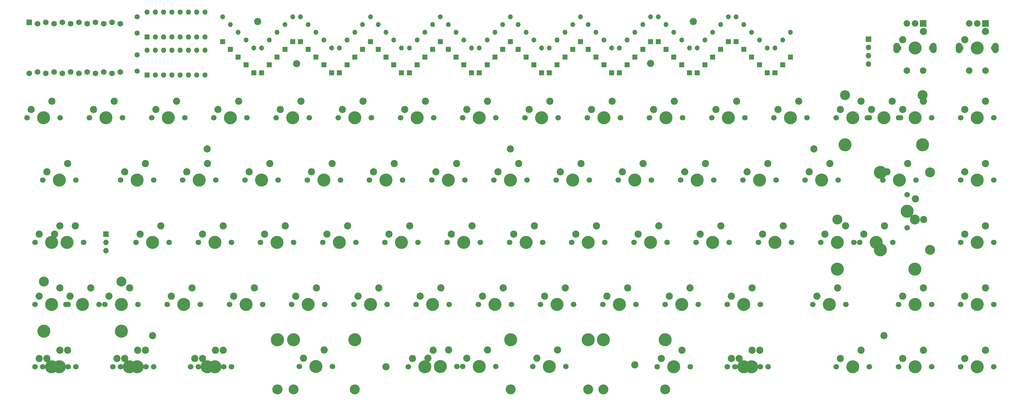
<source format=gbs>
G04 #@! TF.GenerationSoftware,KiCad,Pcbnew,9.0.2*
G04 #@! TF.CreationDate,2025-07-10T02:03:08+05:30*
G04 #@! TF.ProjectId,meowboard,6d656f77-626f-4617-9264-2e6b69636164,rev?*
G04 #@! TF.SameCoordinates,Original*
G04 #@! TF.FileFunction,Soldermask,Bot*
G04 #@! TF.FilePolarity,Negative*
%FSLAX46Y46*%
G04 Gerber Fmt 4.6, Leading zero omitted, Abs format (unit mm)*
G04 Created by KiCad (PCBNEW 9.0.2) date 2025-07-10 02:03:08*
%MOMM*%
%LPD*%
G01*
G04 APERTURE LIST*
%ADD10C,1.700000*%
%ADD11C,4.000000*%
%ADD12C,2.200000*%
%ADD13C,1.600000*%
%ADD14C,3.050000*%
%ADD15R,1.500000X1.500000*%
%ADD16O,1.500000X1.500000*%
%ADD17R,1.600000X1.600000*%
%ADD18O,1.600000X1.600000*%
%ADD19R,1.700000X1.700000*%
%ADD20O,1.700000X1.700000*%
%ADD21O,2.000000X3.200000*%
%ADD22R,2.000000X2.000000*%
%ADD23C,2.000000*%
%ADD24R,1.752600X1.752600*%
%ADD25C,1.752600*%
G04 APERTURE END LIST*
D10*
X267095000Y-71625000D03*
D11*
X272175000Y-71625000D03*
D10*
X277255000Y-71625000D03*
D12*
X274715000Y-66545000D03*
X268365000Y-69085000D03*
D10*
X324395000Y-148025000D03*
D11*
X329475000Y-148025000D03*
D10*
X334555000Y-148025000D03*
D12*
X332015000Y-142945000D03*
X325665000Y-145485000D03*
D13*
X90725000Y-40587500D03*
X90725000Y-45587500D03*
D10*
X142945000Y-90725000D03*
D11*
X148025000Y-90725000D03*
D10*
X153105000Y-90725000D03*
D12*
X150565000Y-85645000D03*
X144215000Y-88185000D03*
D14*
X308025000Y-64625000D03*
D11*
X308025000Y-79865000D03*
D10*
X314845000Y-71625000D03*
D11*
X319925000Y-71625000D03*
D10*
X325005000Y-71625000D03*
D14*
X331825000Y-64625000D03*
D11*
X331825000Y-79865000D03*
D12*
X322465000Y-66545000D03*
X316115000Y-69085000D03*
D10*
X185920000Y-109825000D03*
D11*
X191000000Y-109825000D03*
D10*
X196080000Y-109825000D03*
D12*
X193540000Y-104745000D03*
X187190000Y-107285000D03*
D10*
X104745000Y-90725000D03*
D11*
X109825000Y-90725000D03*
D10*
X114905000Y-90725000D03*
D12*
X112365000Y-85645000D03*
X106015000Y-88185000D03*
D10*
X298132500Y-128925000D03*
D11*
X303212500Y-128925000D03*
D10*
X308292500Y-128925000D03*
D12*
X305752500Y-123845000D03*
X299402500Y-126385000D03*
D15*
X260237500Y-57757500D03*
D16*
X260237500Y-50137500D03*
D10*
X305295000Y-71625000D03*
D11*
X310375000Y-71625000D03*
D10*
X315455000Y-71625000D03*
D12*
X312915000Y-66545000D03*
X306565000Y-69085000D03*
D17*
X93762500Y-46775000D03*
D18*
X96302500Y-46775000D03*
X98842500Y-46775000D03*
X101382500Y-46775000D03*
X103922500Y-46775000D03*
X106462500Y-46775000D03*
X109002500Y-46775000D03*
X111542500Y-46775000D03*
X111542500Y-39155000D03*
X109002500Y-39155000D03*
X106462500Y-39155000D03*
X103922500Y-39155000D03*
X101382500Y-39155000D03*
X98842500Y-39155000D03*
X96302500Y-39155000D03*
X93762500Y-39155000D03*
D10*
X343495000Y-109825000D03*
D11*
X348575000Y-109825000D03*
D10*
X353655000Y-109825000D03*
D12*
X351115000Y-104745000D03*
X344765000Y-107285000D03*
D19*
X315175000Y-47445000D03*
D20*
X315175000Y-49985000D03*
X315175000Y-52525000D03*
X315175000Y-55065000D03*
D15*
X288887500Y-55370000D03*
D16*
X288887500Y-47750000D03*
D15*
X219650000Y-55370000D03*
D16*
X219650000Y-47750000D03*
D15*
X212487500Y-55370000D03*
D16*
X212487500Y-47750000D03*
D12*
X112212500Y-81175000D03*
X248300000Y-54912500D03*
D10*
X99970000Y-128925000D03*
D11*
X105050000Y-128925000D03*
D10*
X110130000Y-128925000D03*
D12*
X107590000Y-123845000D03*
X101240000Y-126385000D03*
D15*
X157575000Y-52982500D03*
D16*
X157575000Y-45362500D03*
D15*
X210100000Y-52982500D03*
D16*
X210100000Y-45362500D03*
D10*
X281420000Y-109825000D03*
D11*
X286500000Y-109825000D03*
D10*
X291580000Y-109825000D03*
D12*
X289040000Y-104745000D03*
X282690000Y-107285000D03*
D17*
X93762500Y-58487500D03*
D18*
X96302500Y-58487500D03*
X98842500Y-58487500D03*
X101382500Y-58487500D03*
X103922500Y-58487500D03*
X106462500Y-58487500D03*
X109002500Y-58487500D03*
X111542500Y-58487500D03*
X111542500Y-50867500D03*
X109002500Y-50867500D03*
X106462500Y-50867500D03*
X103922500Y-50867500D03*
X101382500Y-50867500D03*
X98842500Y-50867500D03*
X96302500Y-50867500D03*
X93762500Y-50867500D03*
D12*
X298437500Y-81175000D03*
D15*
X243525000Y-52982500D03*
D16*
X243525000Y-45362500D03*
D15*
X286500000Y-57757500D03*
D16*
X286500000Y-50137500D03*
D10*
X157270000Y-128925000D03*
D11*
X162350000Y-128925000D03*
D10*
X167430000Y-128925000D03*
D12*
X164890000Y-123845000D03*
X158540000Y-126385000D03*
D10*
X162045000Y-90725000D03*
D11*
X167125000Y-90725000D03*
D10*
X172205000Y-90725000D03*
D12*
X169665000Y-85645000D03*
X163315000Y-88185000D03*
D10*
X56995000Y-71625000D03*
D11*
X62075000Y-71625000D03*
D10*
X67155000Y-71625000D03*
D12*
X64615000Y-66545000D03*
X58265000Y-69085000D03*
D10*
X114295000Y-71625000D03*
D11*
X119375000Y-71625000D03*
D10*
X124455000Y-71625000D03*
D12*
X121915000Y-66545000D03*
X115565000Y-69085000D03*
D10*
X59382500Y-128925000D03*
D11*
X64462500Y-128925000D03*
D10*
X69542500Y-128925000D03*
D12*
X67002500Y-123845000D03*
X60652500Y-126385000D03*
D15*
X253075000Y-50595000D03*
D16*
X253075000Y-42975000D03*
D12*
X205325000Y-81175000D03*
D10*
X271870000Y-148025000D03*
D11*
X276950000Y-148025000D03*
D10*
X282030000Y-148025000D03*
D12*
X279490000Y-142945000D03*
X273140000Y-145485000D03*
D15*
X248300000Y-48207500D03*
D16*
X248300000Y-40587500D03*
D15*
X167125000Y-52982500D03*
D16*
X167125000Y-45362500D03*
D10*
X295745000Y-90725000D03*
D11*
X300825000Y-90725000D03*
D10*
X305905000Y-90725000D03*
D12*
X303365000Y-85645000D03*
X297015000Y-88185000D03*
D10*
X128620000Y-109825000D03*
D11*
X133700000Y-109825000D03*
D10*
X138780000Y-109825000D03*
D12*
X136240000Y-104745000D03*
X129890000Y-107285000D03*
D15*
X124150000Y-55370000D03*
D16*
X124150000Y-47750000D03*
D10*
X109520000Y-148025000D03*
D11*
X114600000Y-148025000D03*
D10*
X119680000Y-148025000D03*
D12*
X117140000Y-142945000D03*
X110790000Y-145485000D03*
D15*
X121762500Y-52982500D03*
D16*
X121762500Y-45362500D03*
D10*
X147720000Y-109825000D03*
D11*
X152800000Y-109825000D03*
D10*
X157880000Y-109825000D03*
D12*
X155340000Y-104745000D03*
X148990000Y-107285000D03*
D11*
X133737500Y-139760000D03*
D14*
X133737500Y-155000000D03*
D10*
X140557500Y-148000000D03*
D11*
X145637500Y-148000000D03*
D10*
X150717500Y-148000000D03*
D11*
X157537500Y-139760000D03*
D14*
X157537500Y-155000000D03*
D12*
X148177500Y-142920000D03*
X141827500Y-145460000D03*
D10*
X152495000Y-71625000D03*
D11*
X157575000Y-71625000D03*
D10*
X162655000Y-71625000D03*
D12*
X160115000Y-66545000D03*
X153765000Y-69085000D03*
D15*
X152800000Y-57757500D03*
D16*
X152800000Y-50137500D03*
D10*
X107138750Y-148025000D03*
D11*
X112218750Y-148025000D03*
D10*
X117298750Y-148025000D03*
D12*
X114758750Y-142945000D03*
X108408750Y-145485000D03*
X95500000Y-138480000D03*
D10*
X228895000Y-71625000D03*
D11*
X233975000Y-71625000D03*
D10*
X239055000Y-71625000D03*
D12*
X236515000Y-66545000D03*
X230165000Y-69085000D03*
D15*
X164737500Y-50595000D03*
D16*
X164737500Y-42975000D03*
D10*
X80870000Y-128925000D03*
D11*
X85950000Y-128925000D03*
D10*
X91030000Y-128925000D03*
D12*
X88490000Y-123845000D03*
X82140000Y-126385000D03*
D10*
X76095000Y-71625000D03*
D11*
X81175000Y-71625000D03*
D10*
X86255000Y-71625000D03*
D12*
X83715000Y-66545000D03*
X77365000Y-69085000D03*
D15*
X179062500Y-52982500D03*
D16*
X179062500Y-45362500D03*
D12*
X127750000Y-42020000D03*
D15*
X193387500Y-57757500D03*
D16*
X193387500Y-50137500D03*
D10*
X181145000Y-90725000D03*
D11*
X186225000Y-90725000D03*
D10*
X191305000Y-90725000D03*
D12*
X188765000Y-85645000D03*
X182415000Y-88185000D03*
D15*
X140862500Y-48207500D03*
D16*
X140862500Y-40587500D03*
D15*
X195775000Y-57757500D03*
D16*
X195775000Y-50137500D03*
D10*
X171595000Y-71625000D03*
D11*
X176675000Y-71625000D03*
D10*
X181755000Y-71625000D03*
D12*
X179215000Y-66545000D03*
X172865000Y-69085000D03*
D15*
X272175000Y-48207500D03*
D16*
X272175000Y-40587500D03*
D15*
X276950000Y-50595000D03*
D16*
X276950000Y-42975000D03*
D15*
X176675000Y-55370000D03*
D16*
X176675000Y-47750000D03*
D10*
X343495000Y-128925000D03*
D11*
X348575000Y-128925000D03*
D10*
X353655000Y-128925000D03*
D12*
X351115000Y-123845000D03*
X344765000Y-126385000D03*
D10*
X166820000Y-109825000D03*
D11*
X171900000Y-109825000D03*
D10*
X176980000Y-109825000D03*
D12*
X174440000Y-104745000D03*
X168090000Y-107285000D03*
D15*
X241137500Y-55370000D03*
D16*
X241137500Y-47750000D03*
D15*
X138475000Y-48207500D03*
D16*
X138475000Y-40587500D03*
D11*
X133837500Y-139760000D03*
D14*
X133837500Y-155000000D03*
D10*
X178757500Y-148000000D03*
D11*
X183837500Y-148000000D03*
D10*
X188917500Y-148000000D03*
D11*
X233837500Y-139760000D03*
D14*
X233837500Y-155000000D03*
D12*
X186377500Y-142920000D03*
X180027500Y-145460000D03*
D10*
X252770000Y-128925000D03*
D11*
X257850000Y-128925000D03*
D10*
X262930000Y-128925000D03*
D12*
X260390000Y-123845000D03*
X254040000Y-126385000D03*
D10*
X286195000Y-71625000D03*
D11*
X291275000Y-71625000D03*
D10*
X296355000Y-71625000D03*
D12*
X293815000Y-66545000D03*
X287465000Y-69085000D03*
X243525000Y-147462000D03*
D15*
X231587500Y-52982500D03*
D16*
X231587500Y-45362500D03*
D10*
X324395000Y-50137500D03*
D11*
X329475000Y-50137500D03*
D10*
X334555000Y-50137500D03*
D12*
X332015000Y-45057500D03*
X325665000Y-47597500D03*
D10*
X176370000Y-128925000D03*
D11*
X181450000Y-128925000D03*
D10*
X186530000Y-128925000D03*
D12*
X183990000Y-123845000D03*
X177640000Y-126385000D03*
D15*
X145637500Y-52982500D03*
D16*
X145637500Y-45362500D03*
D15*
X265012500Y-55370000D03*
D16*
X265012500Y-47750000D03*
D15*
X214875000Y-57757500D03*
D16*
X214875000Y-50137500D03*
D10*
X343495000Y-50137500D03*
D11*
X348575000Y-50137500D03*
D10*
X353655000Y-50137500D03*
D12*
X351115000Y-45057500D03*
X344765000Y-47597500D03*
D15*
X148025000Y-55370000D03*
D16*
X148025000Y-47750000D03*
D15*
X198162500Y-55370000D03*
D16*
X198162500Y-47750000D03*
D10*
X324395000Y-128925000D03*
D11*
X329475000Y-128925000D03*
D10*
X334555000Y-128925000D03*
D12*
X332015000Y-123845000D03*
X325665000Y-126385000D03*
D10*
X305295000Y-148025000D03*
D11*
X310375000Y-148025000D03*
D10*
X315455000Y-148025000D03*
D12*
X312915000Y-142945000D03*
X306565000Y-145485000D03*
D10*
X250382500Y-148025000D03*
D11*
X255462500Y-148025000D03*
D10*
X260542500Y-148025000D03*
D12*
X258002500Y-142945000D03*
X251652500Y-145485000D03*
D15*
X269787500Y-50595000D03*
D16*
X269787500Y-42975000D03*
D10*
X133395000Y-71625000D03*
D11*
X138475000Y-71625000D03*
D10*
X143555000Y-71625000D03*
D12*
X141015000Y-66545000D03*
X134665000Y-69085000D03*
D10*
X243220000Y-109825000D03*
D11*
X248300000Y-109825000D03*
D10*
X253380000Y-109825000D03*
D12*
X250840000Y-104745000D03*
X244490000Y-107285000D03*
D15*
X200550000Y-52982500D03*
D16*
X200550000Y-45362500D03*
D15*
X255462500Y-52982500D03*
D16*
X255462500Y-45362500D03*
D15*
X191000000Y-55370000D03*
D16*
X191000000Y-47750000D03*
D10*
X83257500Y-148025000D03*
D11*
X88337500Y-148025000D03*
D10*
X93417500Y-148025000D03*
D12*
X90877500Y-142945000D03*
X84527500Y-145485000D03*
D15*
X186225000Y-50595000D03*
D16*
X186225000Y-42975000D03*
D10*
X233670000Y-128925000D03*
D11*
X238750000Y-128925000D03*
D10*
X243830000Y-128925000D03*
D12*
X241290000Y-123845000D03*
X234940000Y-126385000D03*
D15*
X162350000Y-48207500D03*
D16*
X162350000Y-40587500D03*
D15*
X279337500Y-52982500D03*
D16*
X279337500Y-45362500D03*
D10*
X300520000Y-109825000D03*
D11*
X305600000Y-109825000D03*
D10*
X310680000Y-109825000D03*
D12*
X308140000Y-104745000D03*
X301790000Y-107285000D03*
D10*
X324395000Y-71625000D03*
D11*
X329475000Y-71625000D03*
D10*
X334555000Y-71625000D03*
D12*
X332015000Y-66545000D03*
X325665000Y-69085000D03*
D10*
X343495000Y-71625000D03*
D11*
X348575000Y-71625000D03*
D10*
X353655000Y-71625000D03*
D12*
X351115000Y-66545000D03*
X344765000Y-69085000D03*
D15*
X171900000Y-57757500D03*
D16*
X171900000Y-50137500D03*
D15*
X217262500Y-57757500D03*
D16*
X217262500Y-50137500D03*
D10*
X138170000Y-128925000D03*
D11*
X143250000Y-128925000D03*
D10*
X148330000Y-128925000D03*
D12*
X145790000Y-123845000D03*
X139440000Y-126385000D03*
X319925000Y-138475000D03*
X167125000Y-148025000D03*
D10*
X319620000Y-90725000D03*
D11*
X324700000Y-90725000D03*
D10*
X329780000Y-90725000D03*
D12*
X327240000Y-85645000D03*
X320890000Y-88185000D03*
D11*
X318847500Y-88375000D03*
X318847500Y-112175000D03*
D10*
X327087500Y-95195000D03*
D11*
X327087500Y-100275000D03*
D10*
X327087500Y-105355000D03*
D14*
X334087500Y-88375000D03*
X334087500Y-112175000D03*
D12*
X332167500Y-102815000D03*
X329627500Y-96465000D03*
D15*
X133700000Y-52982500D03*
D16*
X133700000Y-45362500D03*
D15*
X224425000Y-50595000D03*
D16*
X224425000Y-42975000D03*
D14*
X305637500Y-102825000D03*
D11*
X305637500Y-118065000D03*
D10*
X312457500Y-109825000D03*
D11*
X317537500Y-109825000D03*
D10*
X322617500Y-109825000D03*
D14*
X329437500Y-102825000D03*
D11*
X329437500Y-118065000D03*
D12*
X320077500Y-104745000D03*
X313727500Y-107285000D03*
D10*
X247995000Y-71625000D03*
D11*
X253075000Y-71625000D03*
D10*
X258155000Y-71625000D03*
D12*
X255615000Y-66545000D03*
X249265000Y-69085000D03*
D10*
X95195000Y-71625000D03*
D11*
X100275000Y-71625000D03*
D10*
X105355000Y-71625000D03*
D12*
X102815000Y-66545000D03*
X96465000Y-69085000D03*
D15*
X233975000Y-55370000D03*
D16*
X233975000Y-47750000D03*
D10*
X90420000Y-109825000D03*
D11*
X95500000Y-109825000D03*
D10*
X100580000Y-109825000D03*
D12*
X98040000Y-104745000D03*
X91690000Y-107285000D03*
D15*
X262625000Y-57757500D03*
D16*
X262625000Y-50137500D03*
D10*
X214570000Y-128925000D03*
D11*
X219650000Y-128925000D03*
D10*
X224730000Y-128925000D03*
D12*
X222190000Y-123845000D03*
X215840000Y-126385000D03*
X261460000Y-42020000D03*
D10*
X190695000Y-71625000D03*
D11*
X195775000Y-71625000D03*
D10*
X200855000Y-71625000D03*
D12*
X198315000Y-66545000D03*
X191965000Y-69085000D03*
D15*
X250687500Y-48207500D03*
D16*
X250687500Y-40587500D03*
D21*
X335075000Y-50137500D03*
X323875000Y-50137500D03*
D22*
X331975000Y-42637500D03*
D23*
X326975000Y-42637500D03*
X329475000Y-42637500D03*
X326975000Y-57137500D03*
X331975000Y-57137500D03*
D21*
X354175000Y-50137500D03*
X342975000Y-50137500D03*
D22*
X351075000Y-42637500D03*
D23*
X346075000Y-42637500D03*
X348575000Y-42637500D03*
X346075000Y-57137500D03*
X351075000Y-57137500D03*
D15*
X202937500Y-50595000D03*
D16*
X202937500Y-42975000D03*
D15*
X116987500Y-48207500D03*
D16*
X116987500Y-40587500D03*
D10*
X119070000Y-128925000D03*
D11*
X124150000Y-128925000D03*
D10*
X129230000Y-128925000D03*
D12*
X126690000Y-123845000D03*
X120340000Y-126385000D03*
D10*
X209795000Y-71625000D03*
D11*
X214875000Y-71625000D03*
D10*
X219955000Y-71625000D03*
D12*
X217415000Y-66545000D03*
X211065000Y-69085000D03*
D15*
X205325000Y-48207500D03*
D16*
X205325000Y-40587500D03*
D15*
X143250000Y-50595000D03*
D16*
X143250000Y-42975000D03*
D10*
X276645000Y-90725000D03*
D11*
X281725000Y-90725000D03*
D10*
X286805000Y-90725000D03*
D12*
X284265000Y-85645000D03*
X277915000Y-88185000D03*
D10*
X257545000Y-90725000D03*
D11*
X262625000Y-90725000D03*
D10*
X267705000Y-90725000D03*
D12*
X265165000Y-85645000D03*
X258815000Y-88185000D03*
D10*
X59382500Y-109825000D03*
D11*
X64462500Y-109825000D03*
D10*
X69542500Y-109825000D03*
D12*
X67002500Y-104745000D03*
X60652500Y-107285000D03*
D15*
X131312500Y-55370000D03*
D16*
X131312500Y-47750000D03*
D11*
X138775000Y-139760000D03*
D14*
X138775000Y-155000000D03*
D10*
X190695000Y-148000000D03*
D11*
X195775000Y-148000000D03*
D10*
X200855000Y-148000000D03*
D11*
X252775000Y-139760000D03*
D14*
X252775000Y-155000000D03*
D12*
X198315000Y-142920000D03*
X191965000Y-145460000D03*
D10*
X205020000Y-109825000D03*
D11*
X210100000Y-109825000D03*
D10*
X215180000Y-109825000D03*
D12*
X212640000Y-104745000D03*
X206290000Y-107285000D03*
D10*
X224120000Y-109825000D03*
D11*
X229200000Y-109825000D03*
D10*
X234280000Y-109825000D03*
D12*
X231740000Y-104745000D03*
X225390000Y-107285000D03*
D10*
X200245000Y-90725000D03*
D11*
X205325000Y-90725000D03*
D10*
X210405000Y-90725000D03*
D12*
X207865000Y-85645000D03*
X201515000Y-88185000D03*
D10*
X343495000Y-90725000D03*
D11*
X348575000Y-90725000D03*
D10*
X353655000Y-90725000D03*
D12*
X351115000Y-85645000D03*
X344765000Y-88185000D03*
D10*
X274257500Y-148025000D03*
D11*
X279337500Y-148025000D03*
D10*
X284417500Y-148025000D03*
D12*
X281877500Y-142945000D03*
X275527500Y-145485000D03*
D10*
X61770000Y-148025000D03*
D11*
X66850000Y-148025000D03*
D10*
X71930000Y-148025000D03*
D12*
X69390000Y-142945000D03*
X63040000Y-145485000D03*
D14*
X62112500Y-121925000D03*
D11*
X62112500Y-137165000D03*
D10*
X68932500Y-128925000D03*
D11*
X74012500Y-128925000D03*
D10*
X79092500Y-128925000D03*
D14*
X85912500Y-121925000D03*
D11*
X85912500Y-137165000D03*
D12*
X76552500Y-123845000D03*
X70202500Y-126385000D03*
D15*
X159962500Y-50595000D03*
D16*
X159962500Y-42975000D03*
D10*
X271870000Y-128925000D03*
D11*
X276950000Y-128925000D03*
D10*
X282030000Y-128925000D03*
D12*
X279490000Y-123845000D03*
X273140000Y-126385000D03*
D10*
X219345000Y-90725000D03*
D11*
X224425000Y-90725000D03*
D10*
X229505000Y-90725000D03*
D12*
X226965000Y-85645000D03*
X220615000Y-88185000D03*
D15*
X281725000Y-55370000D03*
D16*
X281725000Y-47750000D03*
D15*
X126537500Y-57757500D03*
D16*
X126537500Y-50137500D03*
D10*
X123845000Y-90725000D03*
D11*
X128925000Y-90725000D03*
D10*
X134005000Y-90725000D03*
D12*
X131465000Y-85645000D03*
X125115000Y-88185000D03*
D15*
X229200000Y-50595000D03*
D16*
X229200000Y-42975000D03*
D15*
X284112500Y-57757500D03*
D16*
X284112500Y-50137500D03*
D15*
X183837500Y-48207500D03*
D16*
X183837500Y-40587500D03*
D15*
X169512500Y-55370000D03*
D16*
X169512500Y-47750000D03*
D15*
X291275000Y-52982500D03*
D16*
X291275000Y-45362500D03*
D10*
X343495000Y-148025000D03*
D11*
X348575000Y-148025000D03*
D10*
X353655000Y-148025000D03*
D12*
X351115000Y-142945000D03*
X344765000Y-145485000D03*
D10*
X262320000Y-109825000D03*
D11*
X267400000Y-109825000D03*
D10*
X272480000Y-109825000D03*
D12*
X269940000Y-104745000D03*
X263590000Y-107285000D03*
D15*
X222037500Y-52982500D03*
D16*
X222037500Y-45362500D03*
D12*
X139680000Y-54960000D03*
D15*
X267400000Y-52982500D03*
D16*
X267400000Y-45362500D03*
D10*
X85645000Y-148025000D03*
D11*
X90725000Y-148025000D03*
D10*
X95805000Y-148025000D03*
D12*
X93265000Y-142945000D03*
X86915000Y-145485000D03*
D15*
X128925000Y-57757500D03*
D16*
X128925000Y-50137500D03*
D13*
X90725000Y-52300000D03*
X90725000Y-57300000D03*
D10*
X238445000Y-90725000D03*
D11*
X243525000Y-90725000D03*
D10*
X248605000Y-90725000D03*
D12*
X246065000Y-85645000D03*
X239715000Y-88185000D03*
D10*
X173982500Y-148025000D03*
D11*
X179062500Y-148025000D03*
D10*
X184142500Y-148025000D03*
D12*
X181602500Y-142945000D03*
X175252500Y-145485000D03*
D10*
X195470000Y-128925000D03*
D11*
X200550000Y-128925000D03*
D10*
X205630000Y-128925000D03*
D12*
X203090000Y-123845000D03*
X196740000Y-126385000D03*
D15*
X226812500Y-48207500D03*
D16*
X226812500Y-40587500D03*
D15*
X257850000Y-55370000D03*
D16*
X257850000Y-47750000D03*
D10*
X61770000Y-90725000D03*
D11*
X66850000Y-90725000D03*
D10*
X71930000Y-90725000D03*
D12*
X69390000Y-85645000D03*
X63040000Y-88185000D03*
D10*
X59382500Y-148025000D03*
D11*
X64462500Y-148025000D03*
D10*
X69542500Y-148025000D03*
D12*
X67002500Y-142945000D03*
X60652500Y-145485000D03*
D15*
X136087500Y-50595000D03*
D16*
X136087500Y-42975000D03*
D15*
X274562500Y-48207500D03*
D16*
X274562500Y-40587500D03*
D15*
X181450000Y-50595000D03*
D16*
X181450000Y-42975000D03*
D15*
X155187500Y-55370000D03*
D16*
X155187500Y-47750000D03*
D15*
X236362500Y-57757500D03*
D16*
X236362500Y-50137500D03*
D15*
X207712500Y-50595000D03*
D16*
X207712500Y-42975000D03*
D15*
X238750000Y-57757500D03*
D16*
X238750000Y-50137500D03*
D10*
X64157500Y-109825000D03*
D11*
X69237500Y-109825000D03*
D10*
X74317500Y-109825000D03*
D12*
X71777500Y-104745000D03*
X65427500Y-107285000D03*
D15*
X150412500Y-57757500D03*
D16*
X150412500Y-50137500D03*
D15*
X188612500Y-52982500D03*
D16*
X188612500Y-45362500D03*
D15*
X174287500Y-57757500D03*
D16*
X174287500Y-50137500D03*
D11*
X205362500Y-139730000D03*
D14*
X205362500Y-154970000D03*
D10*
X212182500Y-147970000D03*
D11*
X217262500Y-147970000D03*
D10*
X222342500Y-147970000D03*
D11*
X229162500Y-139730000D03*
D14*
X229162500Y-154970000D03*
D12*
X219802500Y-142890000D03*
X213452500Y-145430000D03*
D10*
X85645000Y-90725000D03*
D11*
X90725000Y-90725000D03*
D10*
X95805000Y-90725000D03*
D12*
X93265000Y-85645000D03*
X86915000Y-88185000D03*
D15*
X119375000Y-50595000D03*
D16*
X119375000Y-42975000D03*
D10*
X109520000Y-109825000D03*
D11*
X114600000Y-109825000D03*
D10*
X119680000Y-109825000D03*
D12*
X117140000Y-104745000D03*
X110790000Y-107285000D03*
D15*
X245912500Y-50595000D03*
D16*
X245912500Y-42975000D03*
D24*
X57655000Y-42288900D03*
D25*
X60195000Y-42746100D03*
X62735000Y-42288900D03*
X65275000Y-42746100D03*
X67815000Y-42288900D03*
X70355000Y-42746100D03*
X72895000Y-42288900D03*
X75435000Y-42746100D03*
X77975000Y-42288900D03*
X80515000Y-42746100D03*
X83055000Y-42288900D03*
X85595000Y-42746100D03*
X85595000Y-57528900D03*
X83055000Y-57986100D03*
X80515000Y-57528900D03*
X77975000Y-57986100D03*
X75435000Y-57528900D03*
X72895000Y-57986100D03*
X70355000Y-57528900D03*
X67815000Y-57986100D03*
X65275000Y-57528900D03*
X62735000Y-57986100D03*
X60195000Y-57528900D03*
X57655000Y-57986100D03*
D19*
X81175000Y-107285000D03*
D20*
X81175000Y-109825000D03*
X81175000Y-112365000D03*
M02*

</source>
